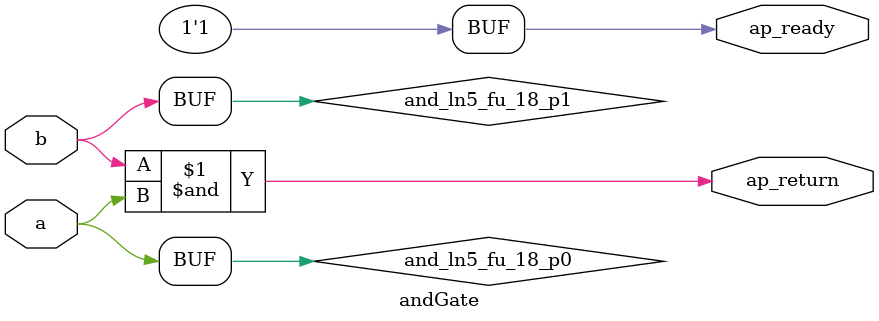
<source format=v>

`timescale 1 ns / 1 ps 

module andGate (
        ap_ready,
        a,
        b,
        ap_return
);


output   ap_ready;
input   a;
input   b;
output  [0:0] ap_return;

wire   [0:0] and_ln5_fu_18_p0;
wire   [0:0] and_ln5_fu_18_p1;

assign and_ln5_fu_18_p0 = a;

assign and_ln5_fu_18_p1 = b;

assign ap_ready = 1'b1;

assign ap_return = (and_ln5_fu_18_p1 & and_ln5_fu_18_p0);

endmodule //andGate

</source>
